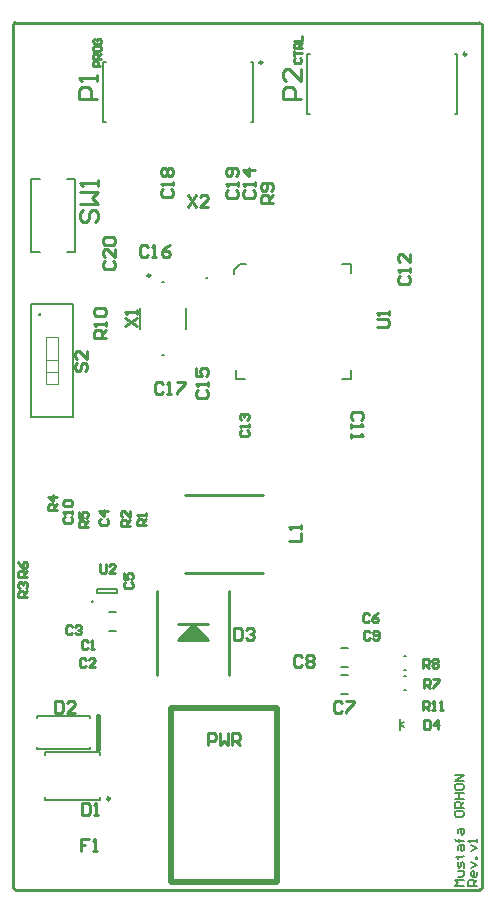
<source format=gto>
G04*
G04 #@! TF.GenerationSoftware,Altium Limited,CircuitMaker,2.2.1 (2.2.1.6)*
G04*
G04 Layer_Color=15132400*
%FSLAX25Y25*%
%MOIN*%
G70*
G04*
G04 #@! TF.SameCoordinates,3F80FBB2-A1F2-450A-AE04-FF917F864492*
G04*
G04*
G04 #@! TF.FilePolarity,Positive*
G04*
G01*
G75*
%ADD10C,0.00984*%
%ADD11C,0.01000*%
%ADD12C,0.00787*%
%ADD13C,0.00500*%
%ADD14C,0.00098*%
%ADD15C,0.00098*%
%ADD16C,0.00600*%
%ADD17C,0.02016*%
%ADD18C,0.00800*%
%ADD19C,0.01575*%
G36*
X92900Y150700D02*
X87900Y155700D01*
X82900Y150700D01*
X92900D01*
D02*
G37*
D10*
X178992Y346000D02*
G03*
X178992Y346000I-492J0D01*
G01*
X110992Y343256D02*
G03*
X110992Y343256I-492J0D01*
G01*
X73650Y272270D02*
G03*
X73650Y272270I-492J0D01*
G01*
X92631Y271431D02*
G03*
X92631Y271431I-231J0D01*
G01*
X60159Y97835D02*
G03*
X60159Y97835I-492J0D01*
G01*
X85208Y199192D02*
X111192D01*
X85208Y173208D02*
X111192D01*
X82782Y155956D02*
X93018D01*
D11*
X36800Y259200D02*
G03*
X36800Y259200I-200J0D01*
G01*
X54379Y163557D02*
G03*
X54379Y163557I-98J0D01*
G01*
X87900Y155700D02*
X92900Y150700D01*
X82900D02*
X87900Y155700D01*
X82900Y150700D02*
X92900D01*
X99900Y139200D02*
Y167200D01*
X75900Y139200D02*
Y167200D01*
X121972Y344728D02*
X121547Y344320D01*
X121530Y343487D01*
X121938Y343062D01*
X123604Y343029D01*
X124029Y343437D01*
X124046Y344269D01*
X123638Y344694D01*
X121573Y345570D02*
X121607Y347235D01*
X121590Y346403D01*
X124088Y346352D01*
X124122Y348018D02*
X121624Y348068D01*
X121649Y349318D01*
X122074Y349726D01*
X122907Y349709D01*
X123315Y349284D01*
X123289Y348034D01*
X123306Y348867D02*
X124156Y349683D01*
X121674Y350567D02*
X124173Y350516D01*
X124207Y352182D01*
X57020Y342020D02*
X54522Y342071D01*
X54547Y343320D01*
X54972Y343728D01*
X55805Y343711D01*
X56213Y343286D01*
X56188Y342037D01*
X57071Y344519D02*
X54573Y344570D01*
X54598Y345819D01*
X55023Y346227D01*
X55856Y346210D01*
X56264Y345785D01*
X56239Y344536D01*
X56255Y345369D02*
X57105Y346185D01*
X54649Y348318D02*
X54632Y347485D01*
X55040Y347060D01*
X56706Y347026D01*
X57131Y347434D01*
X57148Y348267D01*
X56740Y348692D01*
X55074Y348726D01*
X54649Y348318D01*
X55125Y351224D02*
X54700Y350816D01*
X54683Y349983D01*
X55091Y349558D01*
X56757Y349525D01*
X57182Y349933D01*
X57198Y350765D01*
X56791Y351190D01*
X55958Y351207D01*
X55941Y350375D01*
X123999Y331001D02*
X118001D01*
Y334000D01*
X119001Y335000D01*
X121000D01*
X122000Y334000D01*
Y331001D01*
X123999Y340998D02*
Y336999D01*
X120000Y340998D01*
X119001D01*
X118001Y339998D01*
Y337999D01*
X119001Y336999D01*
X55999Y331001D02*
X50001D01*
Y334000D01*
X51001Y335000D01*
X53000D01*
X54000Y334000D01*
Y331001D01*
X55999Y336999D02*
Y338999D01*
Y337999D01*
X50001D01*
X51001Y336999D01*
X51401Y294001D02*
X50401Y293001D01*
Y291002D01*
X51401Y290002D01*
X52400D01*
X53400Y291002D01*
Y293001D01*
X54400Y294001D01*
X55399D01*
X56399Y293001D01*
Y291002D01*
X55399Y290002D01*
X50401Y296000D02*
X56399D01*
X54400Y298000D01*
X56399Y299999D01*
X50401D01*
X56399Y301998D02*
Y303998D01*
Y302998D01*
X50401D01*
X51401Y301998D01*
X57001Y175999D02*
Y173500D01*
X57501Y173001D01*
X58500D01*
X59000Y173500D01*
Y175999D01*
X61999Y173001D02*
X60000D01*
X61999Y175000D01*
Y175500D01*
X61499Y175999D01*
X60500D01*
X60000Y175500D01*
X86268Y299199D02*
X88934Y295201D01*
Y299199D02*
X86268Y295201D01*
X92932D02*
X90267D01*
X92932Y297866D01*
Y298533D01*
X92266Y299199D01*
X90933D01*
X90267Y298533D01*
X65083Y255434D02*
X69081Y258100D01*
X65083D02*
X69081Y255434D01*
Y259433D02*
Y260766D01*
Y260099D01*
X65083D01*
X65749Y259433D01*
X149301Y254934D02*
X152633D01*
X153299Y255601D01*
Y256934D01*
X152633Y257600D01*
X149301D01*
X153299Y258933D02*
Y260266D01*
Y259599D01*
X149301D01*
X149967Y258933D01*
X49367Y243134D02*
X48701Y242467D01*
Y241134D01*
X49367Y240468D01*
X50034D01*
X50700Y241134D01*
Y242467D01*
X51366Y243134D01*
X52033D01*
X52699Y242467D01*
Y241134D01*
X52033Y240468D01*
X52699Y247132D02*
Y244466D01*
X50034Y247132D01*
X49367D01*
X48701Y246466D01*
Y245133D01*
X49367Y244466D01*
X164651Y127301D02*
Y130299D01*
X166151D01*
X166650Y129800D01*
Y128800D01*
X166151Y128300D01*
X164651D01*
X165651D02*
X166650Y127301D01*
X167650D02*
X168650D01*
X168150D01*
Y130299D01*
X167650Y129800D01*
X170149Y127301D02*
X171149D01*
X170649D01*
Y130299D01*
X170149Y129800D01*
X58999Y251402D02*
X55001D01*
Y253401D01*
X55667Y254067D01*
X57000D01*
X57666Y253401D01*
Y251402D01*
Y252734D02*
X58999Y254067D01*
Y255400D02*
Y256733D01*
Y256067D01*
X55001D01*
X55667Y255400D01*
Y258733D02*
X55001Y259399D01*
Y260732D01*
X55667Y261398D01*
X58333D01*
X58999Y260732D01*
Y259399D01*
X58333Y258733D01*
X55667D01*
X114499Y296268D02*
X110501D01*
Y298267D01*
X111167Y298934D01*
X112500D01*
X113166Y298267D01*
Y296268D01*
Y297601D02*
X114499Y298934D01*
X113833Y300267D02*
X114499Y300933D01*
Y302266D01*
X113833Y302932D01*
X111167D01*
X110501Y302266D01*
Y300933D01*
X111167Y300267D01*
X111834D01*
X112500Y300933D01*
Y302932D01*
X164701Y141500D02*
Y144500D01*
X166200D01*
X166700Y144000D01*
Y143000D01*
X166200Y142500D01*
X164701D01*
X165700D02*
X166700Y141500D01*
X167700Y144000D02*
X168200Y144500D01*
X169199D01*
X169699Y144000D01*
Y143500D01*
X169199Y143000D01*
X169699Y142500D01*
Y142000D01*
X169199Y141500D01*
X168200D01*
X167700Y142000D01*
Y142500D01*
X168200Y143000D01*
X167700Y143500D01*
Y144000D01*
X168200Y143000D02*
X169199D01*
X165001Y134600D02*
Y137600D01*
X166500D01*
X167000Y137100D01*
Y136100D01*
X166500Y135600D01*
X165001D01*
X166000D02*
X167000Y134600D01*
X168000Y137600D02*
X169999D01*
Y137100D01*
X168000Y135100D01*
Y134600D01*
X32599Y171901D02*
X29601D01*
Y173400D01*
X30100Y173900D01*
X31100D01*
X31600Y173400D01*
Y171901D01*
Y172900D02*
X32599Y173900D01*
X29601Y176899D02*
X30100Y175900D01*
X31100Y174900D01*
X32100D01*
X32599Y175400D01*
Y176399D01*
X32100Y176899D01*
X31600D01*
X31100Y176399D01*
Y174900D01*
X52899Y188501D02*
X49900D01*
Y190000D01*
X50400Y190500D01*
X51400D01*
X51900Y190000D01*
Y188501D01*
Y189500D02*
X52899Y190500D01*
X49900Y193499D02*
Y191500D01*
X51400D01*
X50900Y192499D01*
Y192999D01*
X51400Y193499D01*
X52400D01*
X52899Y192999D01*
Y192000D01*
X52400Y191500D01*
X42700Y194001D02*
X39700D01*
Y195500D01*
X40200Y196000D01*
X41200D01*
X41700Y195500D01*
Y194001D01*
Y195001D02*
X42700Y196000D01*
Y198499D02*
X39700D01*
X41200Y197000D01*
Y198999D01*
X32662Y164964D02*
X29663D01*
Y166463D01*
X30163Y166963D01*
X31163D01*
X31663Y166463D01*
Y164964D01*
Y165963D02*
X32662Y166963D01*
X30163Y167963D02*
X29663Y168462D01*
Y169462D01*
X30163Y169962D01*
X30663D01*
X31163Y169462D01*
Y168962D01*
Y169462D01*
X31663Y169962D01*
X32162D01*
X32662Y169462D01*
Y168462D01*
X32162Y167963D01*
X66799Y188801D02*
X63801D01*
Y190300D01*
X64300Y190800D01*
X65300D01*
X65800Y190300D01*
Y188801D01*
Y189801D02*
X66799Y190800D01*
Y193799D02*
Y191800D01*
X64800Y193799D01*
X64300D01*
X63801Y193299D01*
Y192300D01*
X64300Y191800D01*
X72399Y189001D02*
X69401D01*
Y190500D01*
X69900Y191000D01*
X70900D01*
X71400Y190500D01*
Y189001D01*
Y190000D02*
X72399Y191000D01*
Y192000D02*
Y192999D01*
Y192499D01*
X69401D01*
X69900Y192000D01*
X92868Y115901D02*
Y119899D01*
X94868D01*
X95534Y119233D01*
Y117900D01*
X94868Y117234D01*
X92868D01*
X96867Y119899D02*
Y115901D01*
X98200Y117234D01*
X99533Y115901D01*
Y119899D01*
X100866Y115901D02*
Y119899D01*
X102865D01*
X103532Y119233D01*
Y117900D01*
X102865Y117234D01*
X100866D01*
X102199D02*
X103532Y115901D01*
X120001Y183734D02*
X123999D01*
Y186400D01*
Y187733D02*
Y189066D01*
Y188399D01*
X120001D01*
X120667Y187733D01*
X53300Y84299D02*
X50634D01*
Y82300D01*
X51967D01*
X50634D01*
Y80301D01*
X54633D02*
X55966D01*
X55299D01*
Y84299D01*
X54633Y83633D01*
X165001Y124000D02*
Y121001D01*
X166500D01*
X167000Y121500D01*
Y123500D01*
X166500Y124000D01*
X165001D01*
X169499Y121001D02*
Y124000D01*
X168000Y122500D01*
X169999D01*
X101568Y154899D02*
Y150901D01*
X103567D01*
X104234Y151567D01*
Y154233D01*
X103567Y154899D01*
X101568D01*
X105567Y154233D02*
X106233Y154899D01*
X107566D01*
X108232Y154233D01*
Y153567D01*
X107566Y152900D01*
X106899D01*
X107566D01*
X108232Y152234D01*
Y151567D01*
X107566Y150901D01*
X106233D01*
X105567Y151567D01*
X41968Y130474D02*
Y126475D01*
X43967D01*
X44634Y127142D01*
Y129807D01*
X43967Y130474D01*
X41968D01*
X48632Y126475D02*
X45967D01*
X48632Y129141D01*
Y129807D01*
X47966Y130474D01*
X46633D01*
X45967Y129807D01*
X51034Y96399D02*
Y92401D01*
X53034D01*
X53700Y93067D01*
Y95733D01*
X53034Y96399D01*
X51034D01*
X55033Y92401D02*
X56366D01*
X55699D01*
Y96399D01*
X55033Y95733D01*
X58667Y277234D02*
X58001Y276568D01*
Y275235D01*
X58667Y274568D01*
X61333D01*
X61999Y275235D01*
Y276568D01*
X61333Y277234D01*
X61999Y281233D02*
Y278567D01*
X59334Y281233D01*
X58667D01*
X58001Y280566D01*
Y279234D01*
X58667Y278567D01*
Y282566D02*
X58001Y283232D01*
Y284565D01*
X58667Y285232D01*
X61333D01*
X61999Y284565D01*
Y283232D01*
X61333Y282566D01*
X58667D01*
X99467Y300675D02*
X98801Y300008D01*
Y298675D01*
X99467Y298009D01*
X102133D01*
X102799Y298675D01*
Y300008D01*
X102133Y300675D01*
X102799Y302007D02*
Y303340D01*
Y302674D01*
X98801D01*
X99467Y302007D01*
X102133Y305340D02*
X102799Y306006D01*
Y307339D01*
X102133Y308005D01*
X99467D01*
X98801Y307339D01*
Y306006D01*
X99467Y305340D01*
X100134D01*
X100800Y306006D01*
Y308005D01*
X77767Y300915D02*
X77101Y300248D01*
Y298915D01*
X77767Y298249D01*
X80433D01*
X81099Y298915D01*
Y300248D01*
X80433Y300915D01*
X81099Y302248D02*
Y303580D01*
Y302914D01*
X77101D01*
X77767Y302248D01*
Y305580D02*
X77101Y306246D01*
Y307579D01*
X77767Y308246D01*
X78434D01*
X79100Y307579D01*
X79766Y308246D01*
X80433D01*
X81099Y307579D01*
Y306246D01*
X80433Y305580D01*
X79766D01*
X79100Y306246D01*
X78434Y305580D01*
X77767D01*
X79100Y306246D02*
Y307579D01*
X77967Y236033D02*
X77301Y236699D01*
X75968D01*
X75302Y236033D01*
Y233367D01*
X75968Y232701D01*
X77301D01*
X77967Y233367D01*
X79300Y232701D02*
X80633D01*
X79967D01*
Y236699D01*
X79300Y236033D01*
X82633Y236699D02*
X85298D01*
Y236033D01*
X82633Y233367D01*
Y232701D01*
X73018Y281833D02*
X72352Y282500D01*
X71019D01*
X70353Y281833D01*
Y279167D01*
X71019Y278501D01*
X72352D01*
X73018Y279167D01*
X74351Y278501D02*
X75684D01*
X75018D01*
Y282500D01*
X74351Y281833D01*
X80349Y282500D02*
X79016Y281833D01*
X77684Y280500D01*
Y279167D01*
X78350Y278501D01*
X79683D01*
X80349Y279167D01*
Y279834D01*
X79683Y280500D01*
X77684D01*
X89467Y234167D02*
X88801Y233501D01*
Y232168D01*
X89467Y231502D01*
X92133D01*
X92799Y232168D01*
Y233501D01*
X92133Y234167D01*
X92799Y235500D02*
Y236833D01*
Y236167D01*
X88801D01*
X89467Y235500D01*
X88801Y241498D02*
Y238833D01*
X90800D01*
X90134Y240165D01*
Y240832D01*
X90800Y241498D01*
X92133D01*
X92799Y240832D01*
Y239499D01*
X92133Y238833D01*
X105309Y300903D02*
X104643Y300237D01*
Y298904D01*
X105309Y298237D01*
X107975D01*
X108642Y298904D01*
Y300237D01*
X107975Y300903D01*
X108642Y302236D02*
Y303569D01*
Y302903D01*
X104643D01*
X105309Y302236D01*
X108642Y307568D02*
X104643D01*
X106642Y305568D01*
Y308234D01*
X103943Y220686D02*
X103443Y220186D01*
Y219186D01*
X103943Y218686D01*
X105942D01*
X106442Y219186D01*
Y220186D01*
X105942Y220686D01*
X106442Y221686D02*
Y222685D01*
Y222185D01*
X103443D01*
X103943Y221686D01*
Y224185D02*
X103443Y224685D01*
Y225684D01*
X103943Y226184D01*
X104443D01*
X104943Y225684D01*
Y225184D01*
Y225684D01*
X105442Y226184D01*
X105942D01*
X106442Y225684D01*
Y224685D01*
X105942Y224185D01*
X156767Y272167D02*
X156101Y271501D01*
Y270168D01*
X156767Y269502D01*
X159433D01*
X160099Y270168D01*
Y271501D01*
X159433Y272167D01*
X160099Y273500D02*
Y274833D01*
Y274167D01*
X156101D01*
X156767Y273500D01*
X160099Y279498D02*
Y276833D01*
X157433Y279498D01*
X156767D01*
X156101Y278832D01*
Y277499D01*
X156767Y276833D01*
X143803Y224089D02*
X144470Y224755D01*
Y226088D01*
X143803Y226754D01*
X141138D01*
X140471Y226088D01*
Y224755D01*
X141138Y224089D01*
X140471Y222756D02*
Y221423D01*
Y222089D01*
X144470D01*
X143803Y222756D01*
X140471Y219424D02*
Y218091D01*
Y218757D01*
X144470D01*
X143803Y219424D01*
X45100Y191851D02*
X44600Y191351D01*
Y190351D01*
X45100Y189851D01*
X47100D01*
X47600Y190351D01*
Y191351D01*
X47100Y191851D01*
X47600Y192850D02*
Y193850D01*
Y193350D01*
X44600D01*
X45100Y192850D01*
Y195349D02*
X44600Y195849D01*
Y196849D01*
X45100Y197349D01*
X47100D01*
X47600Y196849D01*
Y195849D01*
X47100Y195349D01*
X45100D01*
X146900Y153300D02*
X146400Y153799D01*
X145401D01*
X144901Y153300D01*
Y151300D01*
X145401Y150801D01*
X146400D01*
X146900Y151300D01*
X147900D02*
X148400Y150801D01*
X149399D01*
X149899Y151300D01*
Y153300D01*
X149399Y153799D01*
X148400D01*
X147900Y153300D01*
Y152800D01*
X148400Y152300D01*
X149899D01*
X124233Y145033D02*
X123567Y145699D01*
X122234D01*
X121568Y145033D01*
Y142367D01*
X122234Y141701D01*
X123567D01*
X124233Y142367D01*
X125566Y145033D02*
X126233Y145699D01*
X127566D01*
X128232Y145033D01*
Y144367D01*
X127566Y143700D01*
X128232Y143034D01*
Y142367D01*
X127566Y141701D01*
X126233D01*
X125566Y142367D01*
Y143034D01*
X126233Y143700D01*
X125566Y144367D01*
Y145033D01*
X126233Y143700D02*
X127566D01*
X137733Y129633D02*
X137067Y130299D01*
X135734D01*
X135068Y129633D01*
Y126967D01*
X135734Y126301D01*
X137067D01*
X137733Y126967D01*
X139067Y130299D02*
X141732D01*
Y129633D01*
X139067Y126967D01*
Y126301D01*
X146700Y159100D02*
X146200Y159599D01*
X145201D01*
X144701Y159100D01*
Y157100D01*
X145201Y156600D01*
X146200D01*
X146700Y157100D01*
X149699Y159599D02*
X148699Y159100D01*
X147700Y158100D01*
Y157100D01*
X148200Y156600D01*
X149199D01*
X149699Y157100D01*
Y157600D01*
X149199Y158100D01*
X147700D01*
X65300Y170000D02*
X64801Y169500D01*
Y168501D01*
X65300Y168001D01*
X67300D01*
X67800Y168501D01*
Y169500D01*
X67300Y170000D01*
X64801Y172999D02*
Y171000D01*
X66300D01*
X65800Y172000D01*
Y172499D01*
X66300Y172999D01*
X67300D01*
X67800Y172499D01*
Y171500D01*
X67300Y171000D01*
X57200Y191200D02*
X56700Y190700D01*
Y189701D01*
X57200Y189201D01*
X59200D01*
X59699Y189701D01*
Y190700D01*
X59200Y191200D01*
X59699Y193699D02*
X56700D01*
X58200Y192200D01*
Y194199D01*
X47600Y155100D02*
X47100Y155599D01*
X46101D01*
X45601Y155100D01*
Y153100D01*
X46101Y152601D01*
X47100D01*
X47600Y153100D01*
X48600Y155100D02*
X49100Y155599D01*
X50099D01*
X50599Y155100D01*
Y154600D01*
X50099Y154100D01*
X49599D01*
X50099D01*
X50599Y153600D01*
Y153100D01*
X50099Y152601D01*
X49100D01*
X48600Y153100D01*
X52200Y144200D02*
X51700Y144700D01*
X50701D01*
X50201Y144200D01*
Y142200D01*
X50701Y141700D01*
X51700D01*
X52200Y142200D01*
X55199Y141700D02*
X53200D01*
X55199Y143700D01*
Y144200D01*
X54699Y144700D01*
X53700D01*
X53200Y144200D01*
X52900Y150200D02*
X52400Y150699D01*
X51401D01*
X50901Y150200D01*
Y148200D01*
X51401Y147701D01*
X52400D01*
X52900Y148200D01*
X53900Y147701D02*
X54899D01*
X54400D01*
Y150699D01*
X53900Y150200D01*
X184100Y356000D02*
G03*
X183600Y356500I-500J0D01*
G01*
X184100Y356000D02*
G03*
X183600Y356500I-500J0D01*
G01*
Y67500D02*
G03*
X184100Y68000I0J500D01*
G01*
X183600Y67500D02*
G03*
X184100Y68000I0J500D01*
G01*
X28500Y356500D02*
G03*
X28000Y356000I0J-500D01*
G01*
X28500Y356500D02*
G03*
X28000Y356000I0J-500D01*
G01*
Y68000D02*
G03*
X28500Y67500I500J0D01*
G01*
X28000Y68000D02*
G03*
X28500Y67500I500J0D01*
G01*
X184100Y68000D02*
Y356000D01*
X28500Y356500D02*
X183600D01*
X28500Y67500D02*
X183600D01*
X28000Y68000D02*
Y356000D01*
D12*
X126000Y326000D02*
X126925D01*
X126000Y346000D02*
X126925D01*
X126000Y326000D02*
Y346000D01*
X176000Y326000D02*
Y346000D01*
X175075D02*
X176000D01*
X175075Y326000D02*
X176000D01*
X58000Y323256D02*
X58925D01*
X58000Y343256D02*
X58925D01*
X58000Y323256D02*
Y343256D01*
X108000Y323256D02*
Y343256D01*
X107075D02*
X108000D01*
X107075Y323256D02*
X108000D01*
X34016Y279995D02*
Y304405D01*
X48583Y279995D02*
Y304405D01*
X34016Y279995D02*
X36772D01*
X34016Y304405D02*
X36772D01*
X45828Y279995D02*
X48583D01*
X45828Y304405D02*
X48583D01*
X85559Y254345D02*
Y261455D01*
X70205Y254345D02*
Y261455D01*
X77488Y245695D02*
X78276D01*
X77488Y270105D02*
X78276D01*
X38645Y97526D02*
X56755D01*
X38645Y113274D02*
X56755D01*
Y97526D02*
Y98426D01*
X38645Y97526D02*
Y98426D01*
X56755Y112374D02*
Y113274D01*
X38645Y112374D02*
Y113274D01*
X56052Y166313D02*
Y167887D01*
X62548D01*
Y166313D02*
Y167887D01*
X56052Y166313D02*
X62548D01*
X158087Y134154D02*
X158875D01*
X158087Y138682D02*
X158875D01*
X158087Y140854D02*
X158875D01*
X158087Y145382D02*
X158875D01*
X137100Y148099D02*
X139462D01*
X137100Y141800D02*
X139462D01*
X137100Y139099D02*
X139462D01*
X137100Y132800D02*
X139462D01*
X53458Y114388D02*
Y115018D01*
X35742Y114388D02*
Y115018D01*
X53458Y124782D02*
Y125412D01*
X35742Y124782D02*
Y125412D01*
Y114388D02*
X53458D01*
X35742Y125412D02*
X53458D01*
X60019Y153761D02*
X62381D01*
X60019Y160060D02*
X62381D01*
D13*
X33932Y225102D02*
X47869D01*
X33932D02*
Y262898D01*
X47869D01*
Y225102D02*
Y262898D01*
X33932Y225102D02*
X47869D01*
X33932D02*
Y262898D01*
X47869D01*
Y225102D02*
Y262898D01*
D14*
X38932Y240063D02*
X42869D01*
X38932Y244000D02*
X42869D01*
Y236126D02*
Y251874D01*
X38932D02*
X42869D01*
X38932Y236126D02*
Y251874D01*
D15*
Y236126D02*
X42869D01*
D16*
X101650Y272639D02*
Y274139D01*
X103650Y276139D01*
X105650D01*
X137650D02*
X140650D01*
Y273139D02*
Y276139D01*
Y237639D02*
Y240639D01*
X137650Y237639D02*
X140650D01*
X102150D02*
X105150D01*
X102150D02*
Y240639D01*
D17*
X115917Y70015D02*
Y128015D01*
X80417Y70015D02*
Y127889D01*
X80483Y70015D02*
X115917D01*
X80417Y128015D02*
X115917D01*
D18*
X157119Y122518D02*
X158279Y121758D01*
X157059Y122618D02*
X158279Y123538D01*
X157059Y120807D02*
Y122618D01*
Y124429D01*
X182705Y68895D02*
X179706D01*
Y70395D01*
X180206Y70895D01*
X181205D01*
X181705Y70395D01*
Y68895D01*
Y69895D02*
X182705Y70895D01*
Y73394D02*
Y72394D01*
X182205Y71894D01*
X181205D01*
X180705Y72394D01*
Y73394D01*
X181205Y73894D01*
X181705D01*
Y71894D01*
X180705Y74893D02*
X182705Y75893D01*
X180705Y76893D01*
X182705Y77892D02*
X182205D01*
Y78392D01*
X182705D01*
Y77892D01*
X180705Y80392D02*
X182705Y81391D01*
X180705Y82391D01*
X182705Y83391D02*
Y84390D01*
Y83890D01*
X179706D01*
X180206Y83391D01*
X178200Y68800D02*
X175201D01*
X176201Y69800D01*
X175201Y70799D01*
X178200D01*
X176201Y71799D02*
X177700D01*
X178200Y72299D01*
Y73798D01*
X176201D01*
X178200Y74798D02*
Y76298D01*
X177700Y76797D01*
X177200Y76298D01*
Y75298D01*
X176700Y74798D01*
X176201Y75298D01*
Y76797D01*
X175701Y78297D02*
X176201D01*
Y77797D01*
Y78797D01*
Y78297D01*
X177700D01*
X178200Y78797D01*
X176201Y80796D02*
Y81796D01*
X176700Y82296D01*
X178200D01*
Y80796D01*
X177700Y80296D01*
X177200Y80796D01*
Y82296D01*
X178200Y83795D02*
X175701D01*
X176700D01*
Y83295D01*
Y84295D01*
Y83795D01*
X175701D01*
X175201Y84295D01*
X176201Y86294D02*
Y87294D01*
X176700Y87794D01*
X178200D01*
Y86294D01*
X177700Y85795D01*
X177200Y86294D01*
Y87794D01*
X175201Y93292D02*
Y92292D01*
X175701Y91793D01*
X177700D01*
X178200Y92292D01*
Y93292D01*
X177700Y93792D01*
X175701D01*
X175201Y93292D01*
X178200Y94792D02*
X175201D01*
Y96291D01*
X175701Y96791D01*
X176700D01*
X177200Y96291D01*
Y94792D01*
Y95791D02*
X178200Y96791D01*
X175201Y97791D02*
X178200D01*
X176700D01*
Y99790D01*
X175201D01*
X178200D01*
X175201Y102289D02*
Y101289D01*
X175701Y100790D01*
X177700D01*
X178200Y101289D01*
Y102289D01*
X177700Y102789D01*
X175701D01*
X175201Y102289D01*
X178200Y103789D02*
X175201D01*
X178200Y105788D01*
X175201D01*
D19*
X56254Y114408D02*
Y125392D01*
M02*

</source>
